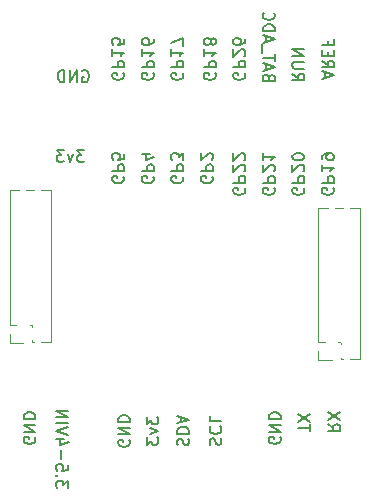
<source format=gbr>
%TF.GenerationSoftware,KiCad,Pcbnew,(6.0.5)*%
%TF.CreationDate,2023-09-26T15:27:11-04:00*%
%TF.ProjectId,lcd_128_io_board,6c63645f-3132-4385-9f69-6f5f626f6172,rev?*%
%TF.SameCoordinates,Original*%
%TF.FileFunction,Legend,Bot*%
%TF.FilePolarity,Positive*%
%FSLAX46Y46*%
G04 Gerber Fmt 4.6, Leading zero omitted, Abs format (unit mm)*
G04 Created by KiCad (PCBNEW (6.0.5)) date 2023-09-26 15:27:11*
%MOMM*%
%LPD*%
G01*
G04 APERTURE LIST*
%ADD10C,0.150000*%
%ADD11C,0.120000*%
G04 APERTURE END LIST*
D10*
X126250000Y-105214285D02*
X126297619Y-105309523D01*
X126297619Y-105452380D01*
X126250000Y-105595238D01*
X126154761Y-105690476D01*
X126059523Y-105738095D01*
X125869047Y-105785714D01*
X125726190Y-105785714D01*
X125535714Y-105738095D01*
X125440476Y-105690476D01*
X125345238Y-105595238D01*
X125297619Y-105452380D01*
X125297619Y-105357142D01*
X125345238Y-105214285D01*
X125392857Y-105166666D01*
X125726190Y-105166666D01*
X125726190Y-105357142D01*
X125297619Y-104738095D02*
X126297619Y-104738095D01*
X126297619Y-104357142D01*
X126250000Y-104261904D01*
X126202380Y-104214285D01*
X126107142Y-104166666D01*
X125964285Y-104166666D01*
X125869047Y-104214285D01*
X125821428Y-104261904D01*
X125773809Y-104357142D01*
X125773809Y-104738095D01*
X125964285Y-103309523D02*
X125297619Y-103309523D01*
X126345238Y-103547619D02*
X125630952Y-103785714D01*
X125630952Y-103166666D01*
X119047619Y-131583333D02*
X119047619Y-130964285D01*
X118666666Y-131297619D01*
X118666666Y-131154761D01*
X118619047Y-131059523D01*
X118571428Y-131011904D01*
X118476190Y-130964285D01*
X118238095Y-130964285D01*
X118142857Y-131011904D01*
X118095238Y-131059523D01*
X118047619Y-131154761D01*
X118047619Y-131440476D01*
X118095238Y-131535714D01*
X118142857Y-131583333D01*
X118142857Y-130535714D02*
X118095238Y-130488095D01*
X118047619Y-130535714D01*
X118095238Y-130583333D01*
X118142857Y-130535714D01*
X118047619Y-130535714D01*
X119047619Y-129583333D02*
X119047619Y-130059523D01*
X118571428Y-130107142D01*
X118619047Y-130059523D01*
X118666666Y-129964285D01*
X118666666Y-129726190D01*
X118619047Y-129630952D01*
X118571428Y-129583333D01*
X118476190Y-129535714D01*
X118238095Y-129535714D01*
X118142857Y-129583333D01*
X118095238Y-129630952D01*
X118047619Y-129726190D01*
X118047619Y-129964285D01*
X118095238Y-130059523D01*
X118142857Y-130107142D01*
X118428571Y-129107142D02*
X118428571Y-128345238D01*
X118714285Y-127440476D02*
X118047619Y-127440476D01*
X119095238Y-127678571D02*
X118380952Y-127916666D01*
X118380952Y-127297619D01*
X119047619Y-127059523D02*
X118047619Y-126726190D01*
X119047619Y-126392857D01*
X118047619Y-126059523D02*
X119047619Y-126059523D01*
X118047619Y-125583333D02*
X119047619Y-125583333D01*
X118047619Y-125011904D01*
X119047619Y-125011904D01*
X116250000Y-127261904D02*
X116297619Y-127357142D01*
X116297619Y-127500000D01*
X116250000Y-127642857D01*
X116154761Y-127738095D01*
X116059523Y-127785714D01*
X115869047Y-127833333D01*
X115726190Y-127833333D01*
X115535714Y-127785714D01*
X115440476Y-127738095D01*
X115345238Y-127642857D01*
X115297619Y-127500000D01*
X115297619Y-127404761D01*
X115345238Y-127261904D01*
X115392857Y-127214285D01*
X115726190Y-127214285D01*
X115726190Y-127404761D01*
X115297619Y-126785714D02*
X116297619Y-126785714D01*
X115297619Y-126214285D01*
X116297619Y-126214285D01*
X115297619Y-125738095D02*
X116297619Y-125738095D01*
X116297619Y-125500000D01*
X116250000Y-125357142D01*
X116154761Y-125261904D01*
X116059523Y-125214285D01*
X115869047Y-125166666D01*
X115726190Y-125166666D01*
X115535714Y-125214285D01*
X115440476Y-125261904D01*
X115345238Y-125357142D01*
X115297619Y-125500000D01*
X115297619Y-125738095D01*
X123750000Y-96440476D02*
X123797619Y-96535714D01*
X123797619Y-96678571D01*
X123750000Y-96821428D01*
X123654761Y-96916666D01*
X123559523Y-96964285D01*
X123369047Y-97011904D01*
X123226190Y-97011904D01*
X123035714Y-96964285D01*
X122940476Y-96916666D01*
X122845238Y-96821428D01*
X122797619Y-96678571D01*
X122797619Y-96583333D01*
X122845238Y-96440476D01*
X122892857Y-96392857D01*
X123226190Y-96392857D01*
X123226190Y-96583333D01*
X122797619Y-95964285D02*
X123797619Y-95964285D01*
X123797619Y-95583333D01*
X123750000Y-95488095D01*
X123702380Y-95440476D01*
X123607142Y-95392857D01*
X123464285Y-95392857D01*
X123369047Y-95440476D01*
X123321428Y-95488095D01*
X123273809Y-95583333D01*
X123273809Y-95964285D01*
X122797619Y-94440476D02*
X122797619Y-95011904D01*
X122797619Y-94726190D02*
X123797619Y-94726190D01*
X123654761Y-94821428D01*
X123559523Y-94916666D01*
X123511904Y-95011904D01*
X123797619Y-93535714D02*
X123797619Y-94011904D01*
X123321428Y-94059523D01*
X123369047Y-94011904D01*
X123416666Y-93916666D01*
X123416666Y-93678571D01*
X123369047Y-93583333D01*
X123321428Y-93535714D01*
X123226190Y-93488095D01*
X122988095Y-93488095D01*
X122892857Y-93535714D01*
X122845238Y-93583333D01*
X122797619Y-93678571D01*
X122797619Y-93916666D01*
X122845238Y-94011904D01*
X122892857Y-94059523D01*
X139547619Y-126761904D02*
X139547619Y-126190476D01*
X138547619Y-126476190D02*
X139547619Y-126476190D01*
X139547619Y-125952380D02*
X138547619Y-125285714D01*
X139547619Y-125285714D02*
X138547619Y-125952380D01*
X128750000Y-96440476D02*
X128797619Y-96535714D01*
X128797619Y-96678571D01*
X128750000Y-96821428D01*
X128654761Y-96916666D01*
X128559523Y-96964285D01*
X128369047Y-97011904D01*
X128226190Y-97011904D01*
X128035714Y-96964285D01*
X127940476Y-96916666D01*
X127845238Y-96821428D01*
X127797619Y-96678571D01*
X127797619Y-96583333D01*
X127845238Y-96440476D01*
X127892857Y-96392857D01*
X128226190Y-96392857D01*
X128226190Y-96583333D01*
X127797619Y-95964285D02*
X128797619Y-95964285D01*
X128797619Y-95583333D01*
X128750000Y-95488095D01*
X128702380Y-95440476D01*
X128607142Y-95392857D01*
X128464285Y-95392857D01*
X128369047Y-95440476D01*
X128321428Y-95488095D01*
X128273809Y-95583333D01*
X128273809Y-95964285D01*
X127797619Y-94440476D02*
X127797619Y-95011904D01*
X127797619Y-94726190D02*
X128797619Y-94726190D01*
X128654761Y-94821428D01*
X128559523Y-94916666D01*
X128511904Y-95011904D01*
X128797619Y-94107142D02*
X128797619Y-93440476D01*
X127797619Y-93869047D01*
X123750000Y-105214285D02*
X123797619Y-105309523D01*
X123797619Y-105452380D01*
X123750000Y-105595238D01*
X123654761Y-105690476D01*
X123559523Y-105738095D01*
X123369047Y-105785714D01*
X123226190Y-105785714D01*
X123035714Y-105738095D01*
X122940476Y-105690476D01*
X122845238Y-105595238D01*
X122797619Y-105452380D01*
X122797619Y-105357142D01*
X122845238Y-105214285D01*
X122892857Y-105166666D01*
X123226190Y-105166666D01*
X123226190Y-105357142D01*
X122797619Y-104738095D02*
X123797619Y-104738095D01*
X123797619Y-104357142D01*
X123750000Y-104261904D01*
X123702380Y-104214285D01*
X123607142Y-104166666D01*
X123464285Y-104166666D01*
X123369047Y-104214285D01*
X123321428Y-104261904D01*
X123273809Y-104357142D01*
X123273809Y-104738095D01*
X123797619Y-103261904D02*
X123797619Y-103738095D01*
X123321428Y-103785714D01*
X123369047Y-103738095D01*
X123416666Y-103642857D01*
X123416666Y-103404761D01*
X123369047Y-103309523D01*
X123321428Y-103261904D01*
X123226190Y-103214285D01*
X122988095Y-103214285D01*
X122892857Y-103261904D01*
X122845238Y-103309523D01*
X122797619Y-103404761D01*
X122797619Y-103642857D01*
X122845238Y-103738095D01*
X122892857Y-103785714D01*
X134000000Y-96440476D02*
X134047619Y-96535714D01*
X134047619Y-96678571D01*
X134000000Y-96821428D01*
X133904761Y-96916666D01*
X133809523Y-96964285D01*
X133619047Y-97011904D01*
X133476190Y-97011904D01*
X133285714Y-96964285D01*
X133190476Y-96916666D01*
X133095238Y-96821428D01*
X133047619Y-96678571D01*
X133047619Y-96583333D01*
X133095238Y-96440476D01*
X133142857Y-96392857D01*
X133476190Y-96392857D01*
X133476190Y-96583333D01*
X133047619Y-95964285D02*
X134047619Y-95964285D01*
X134047619Y-95583333D01*
X134000000Y-95488095D01*
X133952380Y-95440476D01*
X133857142Y-95392857D01*
X133714285Y-95392857D01*
X133619047Y-95440476D01*
X133571428Y-95488095D01*
X133523809Y-95583333D01*
X133523809Y-95964285D01*
X133952380Y-95011904D02*
X134000000Y-94964285D01*
X134047619Y-94869047D01*
X134047619Y-94630952D01*
X134000000Y-94535714D01*
X133952380Y-94488095D01*
X133857142Y-94440476D01*
X133761904Y-94440476D01*
X133619047Y-94488095D01*
X133047619Y-95059523D01*
X133047619Y-94440476D01*
X134047619Y-93583333D02*
X134047619Y-93773809D01*
X134000000Y-93869047D01*
X133952380Y-93916666D01*
X133809523Y-94011904D01*
X133619047Y-94059523D01*
X133238095Y-94059523D01*
X133142857Y-94011904D01*
X133095238Y-93964285D01*
X133047619Y-93869047D01*
X133047619Y-93678571D01*
X133095238Y-93583333D01*
X133142857Y-93535714D01*
X133238095Y-93488095D01*
X133476190Y-93488095D01*
X133571428Y-93535714D01*
X133619047Y-93583333D01*
X133666666Y-93678571D01*
X133666666Y-93869047D01*
X133619047Y-93964285D01*
X133571428Y-94011904D01*
X133476190Y-94059523D01*
X134000000Y-106190476D02*
X134047619Y-106285714D01*
X134047619Y-106428571D01*
X134000000Y-106571428D01*
X133904761Y-106666666D01*
X133809523Y-106714285D01*
X133619047Y-106761904D01*
X133476190Y-106761904D01*
X133285714Y-106714285D01*
X133190476Y-106666666D01*
X133095238Y-106571428D01*
X133047619Y-106428571D01*
X133047619Y-106333333D01*
X133095238Y-106190476D01*
X133142857Y-106142857D01*
X133476190Y-106142857D01*
X133476190Y-106333333D01*
X133047619Y-105714285D02*
X134047619Y-105714285D01*
X134047619Y-105333333D01*
X134000000Y-105238095D01*
X133952380Y-105190476D01*
X133857142Y-105142857D01*
X133714285Y-105142857D01*
X133619047Y-105190476D01*
X133571428Y-105238095D01*
X133523809Y-105333333D01*
X133523809Y-105714285D01*
X133952380Y-104761904D02*
X134000000Y-104714285D01*
X134047619Y-104619047D01*
X134047619Y-104380952D01*
X134000000Y-104285714D01*
X133952380Y-104238095D01*
X133857142Y-104190476D01*
X133761904Y-104190476D01*
X133619047Y-104238095D01*
X133047619Y-104809523D01*
X133047619Y-104190476D01*
X133952380Y-103809523D02*
X134000000Y-103761904D01*
X134047619Y-103666666D01*
X134047619Y-103428571D01*
X134000000Y-103333333D01*
X133952380Y-103285714D01*
X133857142Y-103238095D01*
X133761904Y-103238095D01*
X133619047Y-103285714D01*
X133047619Y-103857142D01*
X133047619Y-103238095D01*
X137000000Y-127261904D02*
X137047619Y-127357142D01*
X137047619Y-127500000D01*
X137000000Y-127642857D01*
X136904761Y-127738095D01*
X136809523Y-127785714D01*
X136619047Y-127833333D01*
X136476190Y-127833333D01*
X136285714Y-127785714D01*
X136190476Y-127738095D01*
X136095238Y-127642857D01*
X136047619Y-127500000D01*
X136047619Y-127404761D01*
X136095238Y-127261904D01*
X136142857Y-127214285D01*
X136476190Y-127214285D01*
X136476190Y-127404761D01*
X136047619Y-126785714D02*
X137047619Y-126785714D01*
X136047619Y-126214285D01*
X137047619Y-126214285D01*
X136047619Y-125738095D02*
X137047619Y-125738095D01*
X137047619Y-125500000D01*
X137000000Y-125357142D01*
X136904761Y-125261904D01*
X136809523Y-125214285D01*
X136619047Y-125166666D01*
X136476190Y-125166666D01*
X136285714Y-125214285D01*
X136190476Y-125261904D01*
X136095238Y-125357142D01*
X136047619Y-125500000D01*
X136047619Y-125738095D01*
X120261904Y-96250000D02*
X120357142Y-96202380D01*
X120500000Y-96202380D01*
X120642857Y-96250000D01*
X120738095Y-96345238D01*
X120785714Y-96440476D01*
X120833333Y-96630952D01*
X120833333Y-96773809D01*
X120785714Y-96964285D01*
X120738095Y-97059523D01*
X120642857Y-97154761D01*
X120500000Y-97202380D01*
X120404761Y-97202380D01*
X120261904Y-97154761D01*
X120214285Y-97107142D01*
X120214285Y-96773809D01*
X120404761Y-96773809D01*
X119785714Y-97202380D02*
X119785714Y-96202380D01*
X119214285Y-97202380D01*
X119214285Y-96202380D01*
X118738095Y-97202380D02*
X118738095Y-96202380D01*
X118500000Y-96202380D01*
X118357142Y-96250000D01*
X118261904Y-96345238D01*
X118214285Y-96440476D01*
X118166666Y-96630952D01*
X118166666Y-96773809D01*
X118214285Y-96964285D01*
X118261904Y-97059523D01*
X118357142Y-97154761D01*
X118500000Y-97202380D01*
X118738095Y-97202380D01*
X120440476Y-102952380D02*
X119821428Y-102952380D01*
X120154761Y-103333333D01*
X120011904Y-103333333D01*
X119916666Y-103380952D01*
X119869047Y-103428571D01*
X119821428Y-103523809D01*
X119821428Y-103761904D01*
X119869047Y-103857142D01*
X119916666Y-103904761D01*
X120011904Y-103952380D01*
X120297619Y-103952380D01*
X120392857Y-103904761D01*
X120440476Y-103857142D01*
X119488095Y-103285714D02*
X119250000Y-103952380D01*
X119011904Y-103285714D01*
X118726190Y-102952380D02*
X118107142Y-102952380D01*
X118440476Y-103333333D01*
X118297619Y-103333333D01*
X118202380Y-103380952D01*
X118154761Y-103428571D01*
X118107142Y-103523809D01*
X118107142Y-103761904D01*
X118154761Y-103857142D01*
X118202380Y-103904761D01*
X118297619Y-103952380D01*
X118583333Y-103952380D01*
X118678571Y-103904761D01*
X118726190Y-103857142D01*
X141500000Y-106190476D02*
X141547619Y-106285714D01*
X141547619Y-106428571D01*
X141500000Y-106571428D01*
X141404761Y-106666666D01*
X141309523Y-106714285D01*
X141119047Y-106761904D01*
X140976190Y-106761904D01*
X140785714Y-106714285D01*
X140690476Y-106666666D01*
X140595238Y-106571428D01*
X140547619Y-106428571D01*
X140547619Y-106333333D01*
X140595238Y-106190476D01*
X140642857Y-106142857D01*
X140976190Y-106142857D01*
X140976190Y-106333333D01*
X140547619Y-105714285D02*
X141547619Y-105714285D01*
X141547619Y-105333333D01*
X141500000Y-105238095D01*
X141452380Y-105190476D01*
X141357142Y-105142857D01*
X141214285Y-105142857D01*
X141119047Y-105190476D01*
X141071428Y-105238095D01*
X141023809Y-105333333D01*
X141023809Y-105714285D01*
X140547619Y-104190476D02*
X140547619Y-104761904D01*
X140547619Y-104476190D02*
X141547619Y-104476190D01*
X141404761Y-104571428D01*
X141309523Y-104666666D01*
X141261904Y-104761904D01*
X140547619Y-103714285D02*
X140547619Y-103523809D01*
X140595238Y-103428571D01*
X140642857Y-103380952D01*
X140785714Y-103285714D01*
X140976190Y-103238095D01*
X141357142Y-103238095D01*
X141452380Y-103285714D01*
X141500000Y-103333333D01*
X141547619Y-103428571D01*
X141547619Y-103619047D01*
X141500000Y-103714285D01*
X141452380Y-103761904D01*
X141357142Y-103809523D01*
X141119047Y-103809523D01*
X141023809Y-103761904D01*
X140976190Y-103714285D01*
X140928571Y-103619047D01*
X140928571Y-103428571D01*
X140976190Y-103333333D01*
X141023809Y-103285714D01*
X141119047Y-103238095D01*
X131500000Y-96440476D02*
X131547619Y-96535714D01*
X131547619Y-96678571D01*
X131500000Y-96821428D01*
X131404761Y-96916666D01*
X131309523Y-96964285D01*
X131119047Y-97011904D01*
X130976190Y-97011904D01*
X130785714Y-96964285D01*
X130690476Y-96916666D01*
X130595238Y-96821428D01*
X130547619Y-96678571D01*
X130547619Y-96583333D01*
X130595238Y-96440476D01*
X130642857Y-96392857D01*
X130976190Y-96392857D01*
X130976190Y-96583333D01*
X130547619Y-95964285D02*
X131547619Y-95964285D01*
X131547619Y-95583333D01*
X131500000Y-95488095D01*
X131452380Y-95440476D01*
X131357142Y-95392857D01*
X131214285Y-95392857D01*
X131119047Y-95440476D01*
X131071428Y-95488095D01*
X131023809Y-95583333D01*
X131023809Y-95964285D01*
X130547619Y-94440476D02*
X130547619Y-95011904D01*
X130547619Y-94726190D02*
X131547619Y-94726190D01*
X131404761Y-94821428D01*
X131309523Y-94916666D01*
X131261904Y-95011904D01*
X131119047Y-93869047D02*
X131166666Y-93964285D01*
X131214285Y-94011904D01*
X131309523Y-94059523D01*
X131357142Y-94059523D01*
X131452380Y-94011904D01*
X131500000Y-93964285D01*
X131547619Y-93869047D01*
X131547619Y-93678571D01*
X131500000Y-93583333D01*
X131452380Y-93535714D01*
X131357142Y-93488095D01*
X131309523Y-93488095D01*
X131214285Y-93535714D01*
X131166666Y-93583333D01*
X131119047Y-93678571D01*
X131119047Y-93869047D01*
X131071428Y-93964285D01*
X131023809Y-94011904D01*
X130928571Y-94059523D01*
X130738095Y-94059523D01*
X130642857Y-94011904D01*
X130595238Y-93964285D01*
X130547619Y-93869047D01*
X130547619Y-93678571D01*
X130595238Y-93583333D01*
X130642857Y-93535714D01*
X130738095Y-93488095D01*
X130928571Y-93488095D01*
X131023809Y-93535714D01*
X131071428Y-93583333D01*
X131119047Y-93678571D01*
X138047619Y-96488095D02*
X138523809Y-96821428D01*
X138047619Y-97059523D02*
X139047619Y-97059523D01*
X139047619Y-96678571D01*
X139000000Y-96583333D01*
X138952380Y-96535714D01*
X138857142Y-96488095D01*
X138714285Y-96488095D01*
X138619047Y-96535714D01*
X138571428Y-96583333D01*
X138523809Y-96678571D01*
X138523809Y-97059523D01*
X139047619Y-96059523D02*
X138238095Y-96059523D01*
X138142857Y-96011904D01*
X138095238Y-95964285D01*
X138047619Y-95869047D01*
X138047619Y-95678571D01*
X138095238Y-95583333D01*
X138142857Y-95535714D01*
X138238095Y-95488095D01*
X139047619Y-95488095D01*
X138047619Y-95011904D02*
X139047619Y-95011904D01*
X138047619Y-94440476D01*
X139047619Y-94440476D01*
X136071428Y-96797619D02*
X136023809Y-96654761D01*
X135976190Y-96607142D01*
X135880952Y-96559523D01*
X135738095Y-96559523D01*
X135642857Y-96607142D01*
X135595238Y-96654761D01*
X135547619Y-96750000D01*
X135547619Y-97130952D01*
X136547619Y-97130952D01*
X136547619Y-96797619D01*
X136500000Y-96702380D01*
X136452380Y-96654761D01*
X136357142Y-96607142D01*
X136261904Y-96607142D01*
X136166666Y-96654761D01*
X136119047Y-96702380D01*
X136071428Y-96797619D01*
X136071428Y-97130952D01*
X135833333Y-96178571D02*
X135833333Y-95702380D01*
X135547619Y-96273809D02*
X136547619Y-95940476D01*
X135547619Y-95607142D01*
X136547619Y-95416666D02*
X136547619Y-94845238D01*
X135547619Y-95130952D02*
X136547619Y-95130952D01*
X135452380Y-94750000D02*
X135452380Y-93988095D01*
X135833333Y-93797619D02*
X135833333Y-93321428D01*
X135547619Y-93892857D02*
X136547619Y-93559523D01*
X135547619Y-93226190D01*
X135547619Y-92892857D02*
X136547619Y-92892857D01*
X136547619Y-92654761D01*
X136500000Y-92511904D01*
X136404761Y-92416666D01*
X136309523Y-92369047D01*
X136119047Y-92321428D01*
X135976190Y-92321428D01*
X135785714Y-92369047D01*
X135690476Y-92416666D01*
X135595238Y-92511904D01*
X135547619Y-92654761D01*
X135547619Y-92892857D01*
X135642857Y-91321428D02*
X135595238Y-91369047D01*
X135547619Y-91511904D01*
X135547619Y-91607142D01*
X135595238Y-91750000D01*
X135690476Y-91845238D01*
X135785714Y-91892857D01*
X135976190Y-91940476D01*
X136119047Y-91940476D01*
X136309523Y-91892857D01*
X136404761Y-91845238D01*
X136500000Y-91750000D01*
X136547619Y-91607142D01*
X136547619Y-91511904D01*
X136500000Y-91369047D01*
X136452380Y-91321428D01*
X128345238Y-127964285D02*
X128297619Y-127821428D01*
X128297619Y-127583333D01*
X128345238Y-127488095D01*
X128392857Y-127440476D01*
X128488095Y-127392857D01*
X128583333Y-127392857D01*
X128678571Y-127440476D01*
X128726190Y-127488095D01*
X128773809Y-127583333D01*
X128821428Y-127773809D01*
X128869047Y-127869047D01*
X128916666Y-127916666D01*
X129011904Y-127964285D01*
X129107142Y-127964285D01*
X129202380Y-127916666D01*
X129250000Y-127869047D01*
X129297619Y-127773809D01*
X129297619Y-127535714D01*
X129250000Y-127392857D01*
X128297619Y-126964285D02*
X129297619Y-126964285D01*
X129297619Y-126726190D01*
X129250000Y-126583333D01*
X129154761Y-126488095D01*
X129059523Y-126440476D01*
X128869047Y-126392857D01*
X128726190Y-126392857D01*
X128535714Y-126440476D01*
X128440476Y-126488095D01*
X128345238Y-126583333D01*
X128297619Y-126726190D01*
X128297619Y-126964285D01*
X128583333Y-126011904D02*
X128583333Y-125535714D01*
X128297619Y-126107142D02*
X129297619Y-125773809D01*
X128297619Y-125440476D01*
X140833333Y-96869047D02*
X140833333Y-96392857D01*
X140547619Y-96964285D02*
X141547619Y-96630952D01*
X140547619Y-96297619D01*
X140547619Y-95392857D02*
X141023809Y-95726190D01*
X140547619Y-95964285D02*
X141547619Y-95964285D01*
X141547619Y-95583333D01*
X141500000Y-95488095D01*
X141452380Y-95440476D01*
X141357142Y-95392857D01*
X141214285Y-95392857D01*
X141119047Y-95440476D01*
X141071428Y-95488095D01*
X141023809Y-95583333D01*
X141023809Y-95964285D01*
X141071428Y-94964285D02*
X141071428Y-94630952D01*
X140547619Y-94488095D02*
X140547619Y-94964285D01*
X141547619Y-94964285D01*
X141547619Y-94488095D01*
X141071428Y-93726190D02*
X141071428Y-94059523D01*
X140547619Y-94059523D02*
X141547619Y-94059523D01*
X141547619Y-93583333D01*
X141047619Y-126166666D02*
X141523809Y-126500000D01*
X141047619Y-126738095D02*
X142047619Y-126738095D01*
X142047619Y-126357142D01*
X142000000Y-126261904D01*
X141952380Y-126214285D01*
X141857142Y-126166666D01*
X141714285Y-126166666D01*
X141619047Y-126214285D01*
X141571428Y-126261904D01*
X141523809Y-126357142D01*
X141523809Y-126738095D01*
X142047619Y-125833333D02*
X141047619Y-125166666D01*
X142047619Y-125166666D02*
X141047619Y-125833333D01*
X136500000Y-106190476D02*
X136547619Y-106285714D01*
X136547619Y-106428571D01*
X136500000Y-106571428D01*
X136404761Y-106666666D01*
X136309523Y-106714285D01*
X136119047Y-106761904D01*
X135976190Y-106761904D01*
X135785714Y-106714285D01*
X135690476Y-106666666D01*
X135595238Y-106571428D01*
X135547619Y-106428571D01*
X135547619Y-106333333D01*
X135595238Y-106190476D01*
X135642857Y-106142857D01*
X135976190Y-106142857D01*
X135976190Y-106333333D01*
X135547619Y-105714285D02*
X136547619Y-105714285D01*
X136547619Y-105333333D01*
X136500000Y-105238095D01*
X136452380Y-105190476D01*
X136357142Y-105142857D01*
X136214285Y-105142857D01*
X136119047Y-105190476D01*
X136071428Y-105238095D01*
X136023809Y-105333333D01*
X136023809Y-105714285D01*
X136452380Y-104761904D02*
X136500000Y-104714285D01*
X136547619Y-104619047D01*
X136547619Y-104380952D01*
X136500000Y-104285714D01*
X136452380Y-104238095D01*
X136357142Y-104190476D01*
X136261904Y-104190476D01*
X136119047Y-104238095D01*
X135547619Y-104809523D01*
X135547619Y-104190476D01*
X135547619Y-103238095D02*
X135547619Y-103809523D01*
X135547619Y-103523809D02*
X136547619Y-103523809D01*
X136404761Y-103619047D01*
X136309523Y-103714285D01*
X136261904Y-103809523D01*
X125702380Y-125559523D02*
X125702380Y-126178571D01*
X126083333Y-125845238D01*
X126083333Y-125988095D01*
X126130952Y-126083333D01*
X126178571Y-126130952D01*
X126273809Y-126178571D01*
X126511904Y-126178571D01*
X126607142Y-126130952D01*
X126654761Y-126083333D01*
X126702380Y-125988095D01*
X126702380Y-125702380D01*
X126654761Y-125607142D01*
X126607142Y-125559523D01*
X126035714Y-126511904D02*
X126702380Y-126750000D01*
X126035714Y-126988095D01*
X125702380Y-127273809D02*
X125702380Y-127892857D01*
X126083333Y-127559523D01*
X126083333Y-127702380D01*
X126130952Y-127797619D01*
X126178571Y-127845238D01*
X126273809Y-127892857D01*
X126511904Y-127892857D01*
X126607142Y-127845238D01*
X126654761Y-127797619D01*
X126702380Y-127702380D01*
X126702380Y-127416666D01*
X126654761Y-127321428D01*
X126607142Y-127273809D01*
X139000000Y-106190476D02*
X139047619Y-106285714D01*
X139047619Y-106428571D01*
X139000000Y-106571428D01*
X138904761Y-106666666D01*
X138809523Y-106714285D01*
X138619047Y-106761904D01*
X138476190Y-106761904D01*
X138285714Y-106714285D01*
X138190476Y-106666666D01*
X138095238Y-106571428D01*
X138047619Y-106428571D01*
X138047619Y-106333333D01*
X138095238Y-106190476D01*
X138142857Y-106142857D01*
X138476190Y-106142857D01*
X138476190Y-106333333D01*
X138047619Y-105714285D02*
X139047619Y-105714285D01*
X139047619Y-105333333D01*
X139000000Y-105238095D01*
X138952380Y-105190476D01*
X138857142Y-105142857D01*
X138714285Y-105142857D01*
X138619047Y-105190476D01*
X138571428Y-105238095D01*
X138523809Y-105333333D01*
X138523809Y-105714285D01*
X138952380Y-104761904D02*
X139000000Y-104714285D01*
X139047619Y-104619047D01*
X139047619Y-104380952D01*
X139000000Y-104285714D01*
X138952380Y-104238095D01*
X138857142Y-104190476D01*
X138761904Y-104190476D01*
X138619047Y-104238095D01*
X138047619Y-104809523D01*
X138047619Y-104190476D01*
X139047619Y-103571428D02*
X139047619Y-103476190D01*
X139000000Y-103380952D01*
X138952380Y-103333333D01*
X138857142Y-103285714D01*
X138666666Y-103238095D01*
X138428571Y-103238095D01*
X138238095Y-103285714D01*
X138142857Y-103333333D01*
X138095238Y-103380952D01*
X138047619Y-103476190D01*
X138047619Y-103571428D01*
X138095238Y-103666666D01*
X138142857Y-103714285D01*
X138238095Y-103761904D01*
X138428571Y-103809523D01*
X138666666Y-103809523D01*
X138857142Y-103761904D01*
X138952380Y-103714285D01*
X139000000Y-103666666D01*
X139047619Y-103571428D01*
X126250000Y-96440476D02*
X126297619Y-96535714D01*
X126297619Y-96678571D01*
X126250000Y-96821428D01*
X126154761Y-96916666D01*
X126059523Y-96964285D01*
X125869047Y-97011904D01*
X125726190Y-97011904D01*
X125535714Y-96964285D01*
X125440476Y-96916666D01*
X125345238Y-96821428D01*
X125297619Y-96678571D01*
X125297619Y-96583333D01*
X125345238Y-96440476D01*
X125392857Y-96392857D01*
X125726190Y-96392857D01*
X125726190Y-96583333D01*
X125297619Y-95964285D02*
X126297619Y-95964285D01*
X126297619Y-95583333D01*
X126250000Y-95488095D01*
X126202380Y-95440476D01*
X126107142Y-95392857D01*
X125964285Y-95392857D01*
X125869047Y-95440476D01*
X125821428Y-95488095D01*
X125773809Y-95583333D01*
X125773809Y-95964285D01*
X125297619Y-94440476D02*
X125297619Y-95011904D01*
X125297619Y-94726190D02*
X126297619Y-94726190D01*
X126154761Y-94821428D01*
X126059523Y-94916666D01*
X126011904Y-95011904D01*
X126297619Y-93583333D02*
X126297619Y-93773809D01*
X126250000Y-93869047D01*
X126202380Y-93916666D01*
X126059523Y-94011904D01*
X125869047Y-94059523D01*
X125488095Y-94059523D01*
X125392857Y-94011904D01*
X125345238Y-93964285D01*
X125297619Y-93869047D01*
X125297619Y-93678571D01*
X125345238Y-93583333D01*
X125392857Y-93535714D01*
X125488095Y-93488095D01*
X125726190Y-93488095D01*
X125821428Y-93535714D01*
X125869047Y-93583333D01*
X125916666Y-93678571D01*
X125916666Y-93869047D01*
X125869047Y-93964285D01*
X125821428Y-94011904D01*
X125726190Y-94059523D01*
X131090141Y-127931789D02*
X131042522Y-127788932D01*
X131042522Y-127550836D01*
X131090141Y-127455598D01*
X131137760Y-127407979D01*
X131232998Y-127360360D01*
X131328236Y-127360360D01*
X131423474Y-127407979D01*
X131471093Y-127455598D01*
X131518712Y-127550836D01*
X131566331Y-127741313D01*
X131613950Y-127836551D01*
X131661569Y-127884170D01*
X131756807Y-127931789D01*
X131852045Y-127931789D01*
X131947283Y-127884170D01*
X131994903Y-127836551D01*
X132042522Y-127741313D01*
X132042522Y-127503217D01*
X131994903Y-127360360D01*
X131137760Y-126360360D02*
X131090141Y-126407979D01*
X131042522Y-126550836D01*
X131042522Y-126646074D01*
X131090141Y-126788932D01*
X131185379Y-126884170D01*
X131280617Y-126931789D01*
X131471093Y-126979408D01*
X131613950Y-126979408D01*
X131804426Y-126931789D01*
X131899664Y-126884170D01*
X131994903Y-126788932D01*
X132042522Y-126646074D01*
X132042522Y-126550836D01*
X131994903Y-126407979D01*
X131947283Y-126360360D01*
X131042522Y-125455598D02*
X131042522Y-125931789D01*
X132042522Y-125931789D01*
X124250000Y-127511904D02*
X124297619Y-127607142D01*
X124297619Y-127750000D01*
X124250000Y-127892857D01*
X124154761Y-127988095D01*
X124059523Y-128035714D01*
X123869047Y-128083333D01*
X123726190Y-128083333D01*
X123535714Y-128035714D01*
X123440476Y-127988095D01*
X123345238Y-127892857D01*
X123297619Y-127750000D01*
X123297619Y-127654761D01*
X123345238Y-127511904D01*
X123392857Y-127464285D01*
X123726190Y-127464285D01*
X123726190Y-127654761D01*
X123297619Y-127035714D02*
X124297619Y-127035714D01*
X123297619Y-126464285D01*
X124297619Y-126464285D01*
X123297619Y-125988095D02*
X124297619Y-125988095D01*
X124297619Y-125750000D01*
X124250000Y-125607142D01*
X124154761Y-125511904D01*
X124059523Y-125464285D01*
X123869047Y-125416666D01*
X123726190Y-125416666D01*
X123535714Y-125464285D01*
X123440476Y-125511904D01*
X123345238Y-125607142D01*
X123297619Y-125750000D01*
X123297619Y-125988095D01*
X131250000Y-105214285D02*
X131297619Y-105309523D01*
X131297619Y-105452380D01*
X131250000Y-105595238D01*
X131154761Y-105690476D01*
X131059523Y-105738095D01*
X130869047Y-105785714D01*
X130726190Y-105785714D01*
X130535714Y-105738095D01*
X130440476Y-105690476D01*
X130345238Y-105595238D01*
X130297619Y-105452380D01*
X130297619Y-105357142D01*
X130345238Y-105214285D01*
X130392857Y-105166666D01*
X130726190Y-105166666D01*
X130726190Y-105357142D01*
X130297619Y-104738095D02*
X131297619Y-104738095D01*
X131297619Y-104357142D01*
X131250000Y-104261904D01*
X131202380Y-104214285D01*
X131107142Y-104166666D01*
X130964285Y-104166666D01*
X130869047Y-104214285D01*
X130821428Y-104261904D01*
X130773809Y-104357142D01*
X130773809Y-104738095D01*
X131202380Y-103785714D02*
X131250000Y-103738095D01*
X131297619Y-103642857D01*
X131297619Y-103404761D01*
X131250000Y-103309523D01*
X131202380Y-103261904D01*
X131107142Y-103214285D01*
X131011904Y-103214285D01*
X130869047Y-103261904D01*
X130297619Y-103833333D01*
X130297619Y-103214285D01*
X128750000Y-105214285D02*
X128797619Y-105309523D01*
X128797619Y-105452380D01*
X128750000Y-105595238D01*
X128654761Y-105690476D01*
X128559523Y-105738095D01*
X128369047Y-105785714D01*
X128226190Y-105785714D01*
X128035714Y-105738095D01*
X127940476Y-105690476D01*
X127845238Y-105595238D01*
X127797619Y-105452380D01*
X127797619Y-105357142D01*
X127845238Y-105214285D01*
X127892857Y-105166666D01*
X128226190Y-105166666D01*
X128226190Y-105357142D01*
X127797619Y-104738095D02*
X128797619Y-104738095D01*
X128797619Y-104357142D01*
X128750000Y-104261904D01*
X128702380Y-104214285D01*
X128607142Y-104166666D01*
X128464285Y-104166666D01*
X128369047Y-104214285D01*
X128321428Y-104261904D01*
X128273809Y-104357142D01*
X128273809Y-104738095D01*
X128797619Y-103833333D02*
X128797619Y-103214285D01*
X128416666Y-103547619D01*
X128416666Y-103404761D01*
X128369047Y-103309523D01*
X128321428Y-103261904D01*
X128226190Y-103214285D01*
X127988095Y-103214285D01*
X127892857Y-103261904D01*
X127845238Y-103309523D01*
X127797619Y-103404761D01*
X127797619Y-103690476D01*
X127845238Y-103785714D01*
X127892857Y-103833333D01*
D11*
%TO.C,J3*%
X114100000Y-118500000D02*
X114100000Y-119260000D01*
X116807530Y-106375000D02*
X117630000Y-106375000D01*
X115990000Y-119063471D02*
X115990000Y-119195000D01*
X114100000Y-117740000D02*
X114666529Y-117740000D01*
X115793471Y-117740000D02*
X115936529Y-117740000D01*
X114100000Y-117740000D02*
X114100000Y-106375000D01*
X114100000Y-106375000D02*
X114922470Y-106375000D01*
X117630000Y-119195000D02*
X117630000Y-106375000D01*
X115537530Y-106375000D02*
X116192470Y-106375000D01*
X116807530Y-119195000D02*
X117630000Y-119195000D01*
X115990000Y-117793471D02*
X115990000Y-117936529D01*
X114100000Y-119260000D02*
X115230000Y-119260000D01*
X115990000Y-119195000D02*
X116192470Y-119195000D01*
%TO.C,J4*%
X142135000Y-119268471D02*
X142135000Y-119411529D01*
X140245000Y-119215000D02*
X140811529Y-119215000D01*
X142135000Y-120670000D02*
X142337470Y-120670000D01*
X140245000Y-107850000D02*
X141067470Y-107850000D01*
X140245000Y-120735000D02*
X141375000Y-120735000D01*
X143775000Y-120670000D02*
X143775000Y-107850000D01*
X141938471Y-119215000D02*
X142081529Y-119215000D01*
X141682530Y-107850000D02*
X142337470Y-107850000D01*
X140245000Y-119215000D02*
X140245000Y-107850000D01*
X142952530Y-107850000D02*
X143775000Y-107850000D01*
X142135000Y-120538471D02*
X142135000Y-120670000D01*
X142952530Y-120670000D02*
X143775000Y-120670000D01*
X140245000Y-119975000D02*
X140245000Y-120735000D01*
%TD*%
M02*

</source>
